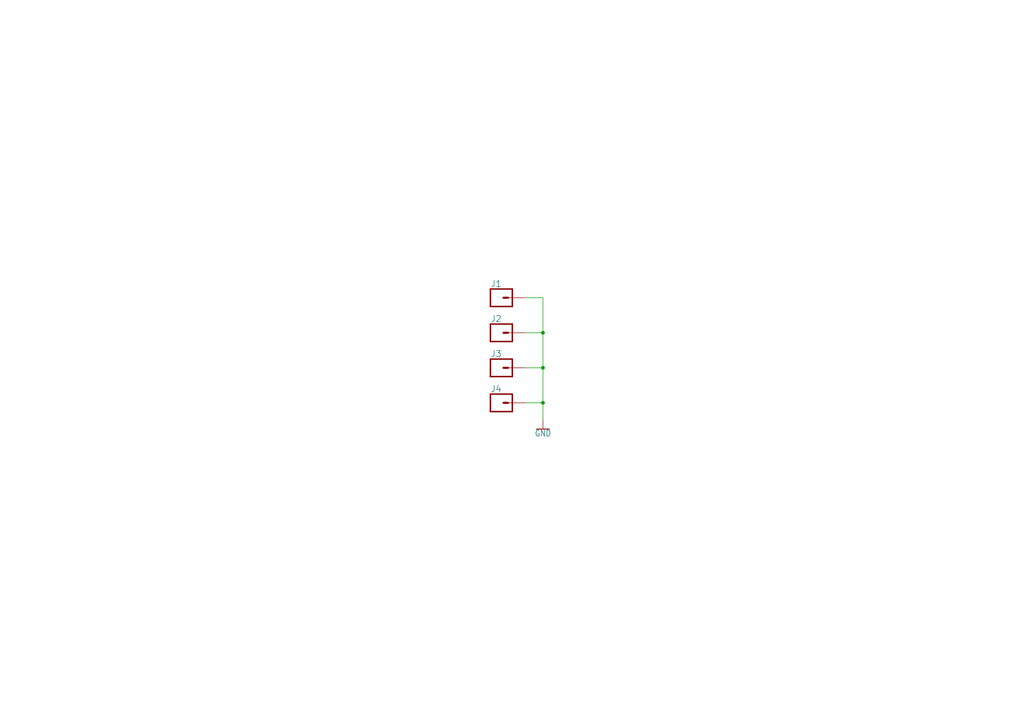
<source format=kicad_sch>
(kicad_sch (version 20230121) (generator eeschema)
  (paper "A4")
  (lib_symbols
    (symbol "working-eagle-import:CONN_01PTH_NO_SILK_KIT"
      (property "Reference" "J" (at -2.54 3.048 0))
      (symbol "CONN_01PTH_NO_SILK_KIT_1_0"
        (polyline (pts (xy -2.54 2.54) (xy -2.54 -2.54)) (stroke (width 0.4064)))
        (polyline (pts (xy -2.54 2.54) (xy 3.81 2.54)) (stroke (width 0.4064)))
        (polyline (pts (xy 1.27 0) (xy 2.54 0)) (stroke (width 0.6096)))
        (polyline (pts (xy 3.81 -2.54) (xy -2.54 -2.54)) (stroke (width 0.4064)))
        (polyline (pts (xy 3.81 -2.54) (xy 3.81 2.54)) (stroke (width 0.4064)))
        (pin passive line (at 7.62 0 180) (length 5.08) (name "1") (number "1"))
      )
    )
    (symbol "working-eagle-import:GND" (power)
      (property "Value" "GND" (at 0 -0.254 0))
      (symbol "GND_1_0"
        (polyline (pts (xy -1.905 0) (xy 1.905 0)) (stroke (width 0.254)))
        (pin power_in line (at 0 2.54 270) (length 2.54) (name "GND") (number "1"))
      )
    )
  )
  (junction (at 157.48 96.52))
  (junction (at 157.48 116.84))
  (junction (at 157.48 106.68))
  (wire (pts (xy 157.48 86.36) (xy 157.48 96.52)) (stroke (width 0.1524)))
  (wire (pts (xy 152.4 86.36) (xy 157.48 86.36)) (stroke (width 0.1524)))
  (wire (pts (xy 157.48 96.52) (xy 157.48 106.68)) (stroke (width 0.1524)))
  (wire (pts (xy 157.48 116.84) (xy 157.48 121.92)) (stroke (width 0.1524)))
  (wire (pts (xy 152.4 116.84) (xy 157.48 116.84)) (stroke (width 0.1524)))
  (wire (pts (xy 157.48 106.68) (xy 157.48 116.84)) (stroke (width 0.1524)))
  (wire (pts (xy 152.4 106.68) (xy 157.48 106.68)) (stroke (width 0.1524)))
  (wire (pts (xy 152.4 96.52) (xy 157.48 96.52)) (stroke (width 0.1524)))
  (symbol (lib_id "working-eagle-import:CONN_01PTH_NO_SILK_KIT") (at 144.78 96.52 0) (unit 1)
    (property "Reference" "J2" (at 142.24 93.472 0) (effects (font (size 1.778 1.778)) (justify left bottom)))
    (property "Value" "CONN_01PTH_NO_SILK_KIT" (effects hide))
    (property "Footprint" "working:1X01NS_KIT" (effects hide))
  )
  (symbol (lib_id "working-eagle-import:GND") (at 157.48 124.46 0) (unit 1)
    (property "Reference" "#GND1" (effects hide))
    (property "Value" "GND" (at 157.48 124.714 0) (effects (font (size 1.778 1.5113)) (justify top)))
  )
  (symbol (lib_id "working-eagle-import:CONN_01PTH_NO_SILK_KIT") (at 144.78 106.68 0) (unit 1)
    (property "Reference" "J3" (at 142.24 103.632 0) (effects (font (size 1.778 1.778)) (justify left bottom)))
    (property "Value" "CONN_01PTH_NO_SILK_KIT" (effects hide))
    (property "Footprint" "working:1X01NS_KIT" (effects hide))
  )
  (symbol (lib_id "working-eagle-import:CONN_01PTH_NO_SILK_KIT") (at 144.78 116.84 0) (unit 1)
    (property "Reference" "J4" (at 142.24 113.792 0) (effects (font (size 1.778 1.778)) (justify left bottom)))
    (property "Value" "CONN_01PTH_NO_SILK_KIT" (effects hide))
    (property "Footprint" "working:1X01NS_KIT" (effects hide))
  )
  (symbol (lib_id "working-eagle-import:CONN_01PTH_NO_SILK_KIT") (at 144.78 86.36 0) (unit 1)
    (property "Reference" "J1" (at 142.24 83.312 0) (effects (font (size 1.778 1.778)) (justify left bottom)))
    (property "Value" "CONN_01PTH_NO_SILK_KIT" (effects hide))
    (property "Footprint" "working:1X01NS_KIT" (effects hide))
  )
)
</source>
